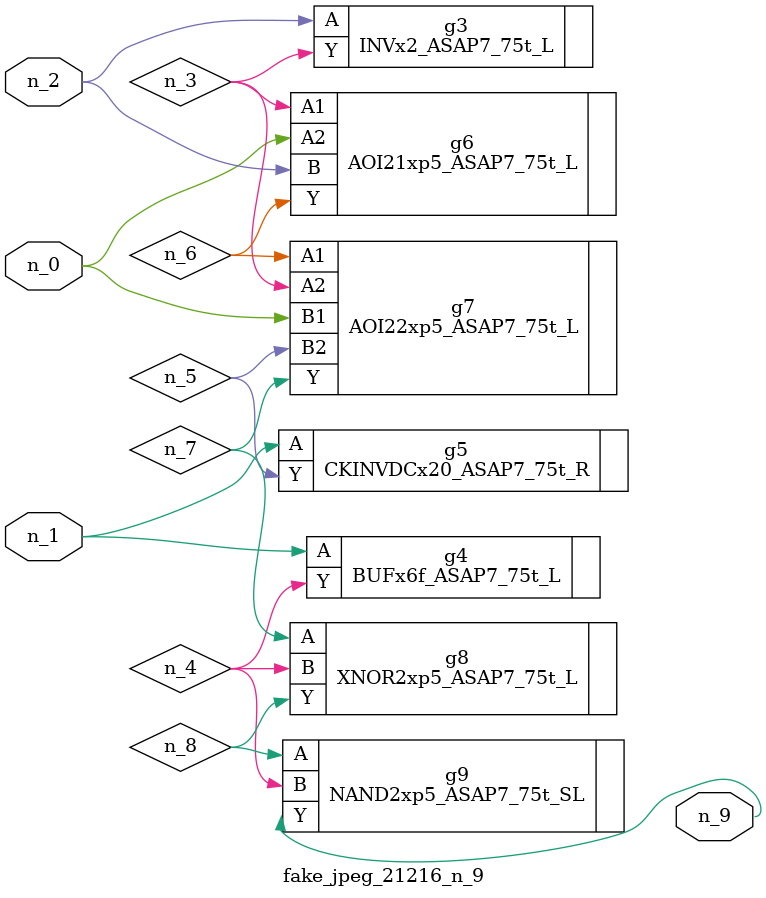
<source format=v>
module fake_jpeg_21216_n_9 (n_0, n_2, n_1, n_9);

input n_0;
input n_2;
input n_1;

output n_9;

wire n_3;
wire n_4;
wire n_8;
wire n_6;
wire n_5;
wire n_7;

INVx2_ASAP7_75t_L g3 ( 
.A(n_2),
.Y(n_3)
);

BUFx6f_ASAP7_75t_L g4 ( 
.A(n_1),
.Y(n_4)
);

CKINVDCx20_ASAP7_75t_R g5 ( 
.A(n_1),
.Y(n_5)
);

AOI21xp5_ASAP7_75t_L g6 ( 
.A1(n_3),
.A2(n_0),
.B(n_2),
.Y(n_6)
);

AOI22xp5_ASAP7_75t_L g7 ( 
.A1(n_6),
.A2(n_3),
.B1(n_0),
.B2(n_5),
.Y(n_7)
);

XNOR2xp5_ASAP7_75t_L g8 ( 
.A(n_7),
.B(n_4),
.Y(n_8)
);

NAND2xp5_ASAP7_75t_SL g9 ( 
.A(n_8),
.B(n_4),
.Y(n_9)
);


endmodule
</source>
